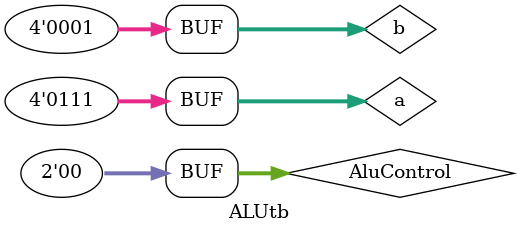
<source format=sv>
`timescale 1ns / 1ps


module ALUtb();

logic [3:0] a,b,Result;
logic [1:0] AluControl;
logic v,c,n,z;

ALU dut(a,b,AluControl,Result,v,c,n,z);

initial begin
a= 4'b0011; b = 4'b0010; AluControl= 2'b00; #10;
a= 4'b0011; b = 4'b0011; AluControl= 2'b01; #10;
a= 4'b0111; b = 4'b0001; AluControl= 2'b00; #10;
end
endmodule

</source>
